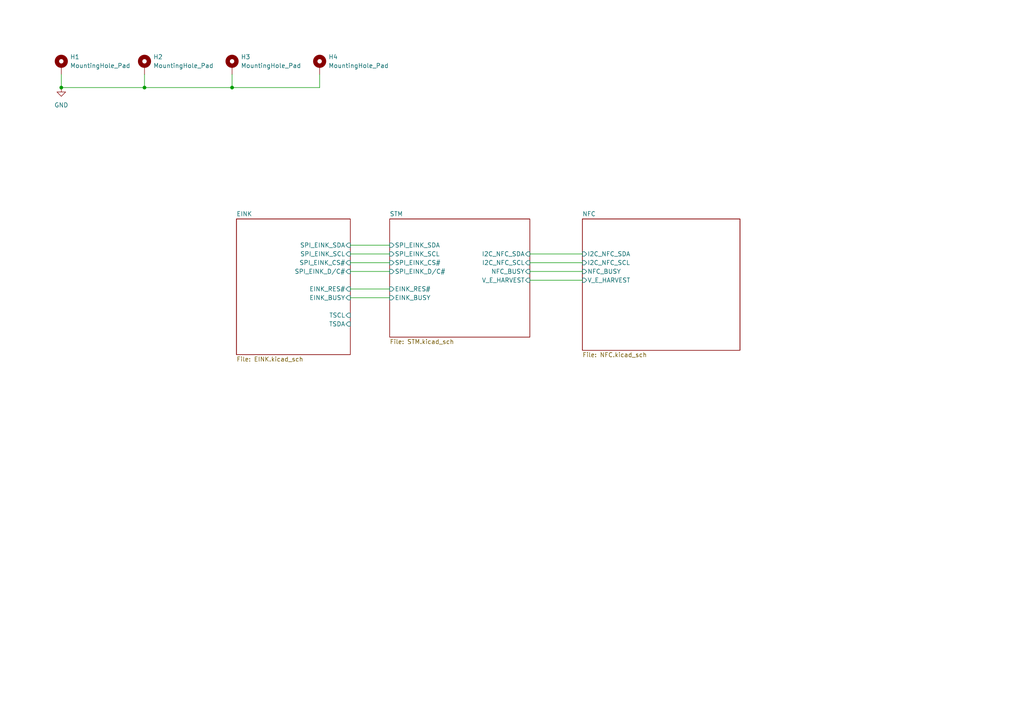
<source format=kicad_sch>
(kicad_sch (version 20231120) (generator "eeschema") (generator_version "8.0")
  (paper "A4")
  (lib_symbols
    (symbol "Mechanical:MountingHole_Pad" (pin_numbers hide) (pin_names (offset 1.016) hide) (exclude_from_sim yes) (in_bom no)
      (property "Reference" "H" (at 0 6.35 0))
      (property "Value" "MountingHole_Pad" (at 0 4.445 0))
      (symbol "MountingHole_Pad_0_1"
        (circle (center 0 1.27) (radius 1.27) (stroke (width 1.27)))
      )
      (symbol "MountingHole_Pad_1_1"
        (pin input line (at 0 -2.54 90) (length 2.54) (name "1") (number "1"))
      )
    )
    (symbol "power:GND" (power) (pin_numbers hide) (pin_names (offset 0) hide)
      (property "Value" "GND" (at 0 -3.81 0))
      (symbol "GND_0_1"
        (polyline (pts (xy 0 0) (xy 0 -1.27) (xy 1.27 -1.27) (xy 0 -2.54) (xy -1.27 -1.27) (xy 0 -1.27)))
      )
      (symbol "GND_1_1"
        (pin power_in line (at 0 0 270) (length 0) (name "~") (number "1"))
      )
    )
  )
  (junction (at 41.91 25.4))
  (junction (at 67.31 25.4))
  (junction (at 17.78 25.4))
  (wire (pts (xy 101.6 71.12) (xy 113.03 71.12)))
  (wire (pts (xy 67.31 25.4) (xy 41.91 25.4)))
  (wire (pts (xy 101.6 78.74) (xy 113.03 78.74)))
  (wire (pts (xy 101.6 73.66) (xy 113.03 73.66)))
  (wire (pts (xy 153.67 78.74) (xy 168.91 78.74)))
  (wire (pts (xy 92.71 25.4) (xy 67.31 25.4)))
  (wire (pts (xy 67.31 21.59) (xy 67.31 25.4)))
  (wire (pts (xy 153.67 81.28) (xy 168.91 81.28)))
  (wire (pts (xy 153.67 76.2) (xy 168.91 76.2)))
  (wire (pts (xy 92.71 21.59) (xy 92.71 25.4)))
  (wire (pts (xy 41.91 21.59) (xy 41.91 25.4)))
  (wire (pts (xy 17.78 25.4) (xy 17.78 21.59)))
  (wire (pts (xy 101.6 86.36) (xy 113.03 86.36)))
  (wire (pts (xy 101.6 83.82) (xy 113.03 83.82)))
  (wire (pts (xy 41.91 25.4) (xy 17.78 25.4)))
  (wire (pts (xy 153.67 73.66) (xy 168.91 73.66)))
  (wire (pts (xy 101.6 76.2) (xy 113.03 76.2)))
  (symbol (lib_id "Mechanical:MountingHole_Pad") (at 92.71 19.05 0) (unit 1) (exclude_from_sim yes) (in_bom no)
    (property "Reference" "H4" (at 95.25 16.5099 0) (effects (justify left)))
    (property "Value" "MountingHole_Pad" (at 95.25 19.0499 0) (effects (justify left)))
    (property "Footprint" "MountingHole:MountingHole_2.5mm_Pad_TopBottom" (effects (hide yes)))
    (property "Description" "Mounting Hole with connection" (effects (hide yes)))
  )
  (symbol (lib_id "Mechanical:MountingHole_Pad") (at 41.91 19.05 0) (unit 1) (exclude_from_sim yes) (in_bom no)
    (property "Reference" "H2" (at 44.45 16.5099 0) (effects (justify left)))
    (property "Value" "MountingHole_Pad" (at 44.45 19.0499 0) (effects (justify left)))
    (property "Footprint" "MountingHole:MountingHole_2.5mm_Pad_TopBottom" (effects (hide yes)))
    (property "Description" "Mounting Hole with connection" (effects (hide yes)))
  )
  (symbol (lib_id "power:GND") (at 17.78 25.4 0) (unit 1)
    (property "Reference" "#PWR023" (effects (hide yes)))
    (property "Value" "GND" (at 17.78 30.48 0))
    (property "Description" "Power symbol creates a global label with name \"GND\" , ground" (effects (hide yes)))
  )
  (symbol (lib_id "Mechanical:MountingHole_Pad") (at 17.78 19.05 0) (unit 1) (exclude_from_sim yes) (in_bom no)
    (property "Reference" "H1" (at 20.32 16.5099 0) (effects (justify left)))
    (property "Value" "MountingHole_Pad" (at 20.32 19.0499 0) (effects (justify left)))
    (property "Footprint" "MountingHole:MountingHole_2.5mm_Pad_TopBottom" (effects (hide yes)))
    (property "Description" "Mounting Hole with connection" (effects (hide yes)))
  )
  (symbol (lib_id "Mechanical:MountingHole_Pad") (at 67.31 19.05 0) (unit 1) (exclude_from_sim yes) (in_bom no)
    (property "Reference" "H3" (at 69.85 16.5099 0) (effects (justify left)))
    (property "Value" "MountingHole_Pad" (at 69.85 19.0499 0) (effects (justify left)))
    (property "Footprint" "MountingHole:MountingHole_2.5mm_Pad_TopBottom" (effects (hide yes)))
    (property "Description" "Mounting Hole with connection" (effects (hide yes)))
  )
  (sheet (at 168.91 63.5) (size 45.72 38.1) (stroke (width 0.1524))
    (property "Sheetname" "NFC" (at 168.91 62.7884 0) (effects (justify left bottom)))
    (property "Sheetfile" "NFC.kicad_sch" (at 168.91 102.1846 0) (effects (justify left top)))
    (pin "I2C_NFC_SDA" input (at 168.91 73.66 180))
    (pin "NFC_BUSY" input (at 168.91 78.74 180))
    (pin "I2C_NFC_SCL" input (at 168.91 76.2 180))
    (pin "V_E_HARVEST" input (at 168.91 81.28 180))
  )
  (sheet (at 68.58 63.5) (size 33.02 39.37) (stroke (width 0.1524))
    (property "Sheetname" "EINK" (at 68.58 62.7884 0) (effects (justify left bottom)))
    (property "Sheetfile" "EINK.kicad_sch" (at 68.58 103.4546 0) (effects (justify left top)))
    (pin "EINK_RES#" input (at 101.6 83.82 0))
    (pin "EINK_BUSY" input (at 101.6 86.36 0))
    (pin "TSCL" input (at 101.6 91.44 0))
    (pin "TSDA" input (at 101.6 93.98 0))
    (pin "SPI_EINK_SDA" input (at 101.6 71.12 0))
    (pin "SPI_EINK_D{slash}C#" input (at 101.6 78.74 0))
    (pin "SPI_EINK_SCL" input (at 101.6 73.66 0))
    (pin "SPI_EINK_CS#" input (at 101.6 76.2 0))
  )
  (sheet (at 113.03 63.5) (size 40.64 34.29) (stroke (width 0.1524))
    (property "Sheetname" "STM" (at 113.03 62.7884 0) (effects (justify left bottom)))
    (property "Sheetfile" "STM.kicad_sch" (at 113.03 98.3746 0) (effects (justify left top)))
    (pin "SPI_EINK_SDA" input (at 113.03 71.12 180))
    (pin "SPI_EINK_CS#" input (at 113.03 76.2 180))
    (pin "SPI_EINK_SCL" input (at 113.03 73.66 180))
    (pin "SPI_EINK_D{slash}C#" input (at 113.03 78.74 180))
    (pin "EINK_BUSY" input (at 113.03 86.36 180))
    (pin "EINK_RES#" input (at 113.03 83.82 180))
    (pin "NFC_BUSY" input (at 153.67 78.74 0))
    (pin "I2C_NFC_SCL" input (at 153.67 76.2 0))
    (pin "I2C_NFC_SDA" input (at 153.67 73.66 0))
    (pin "V_E_HARVEST" input (at 153.67 81.28 0))
  )
)
</source>
